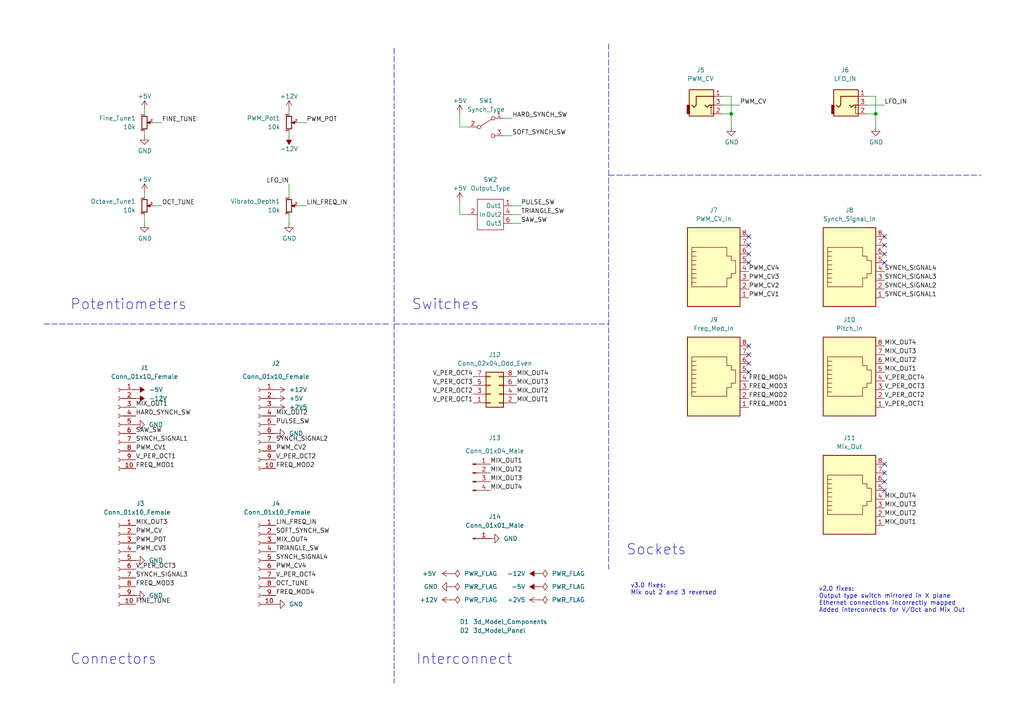
<source format=kicad_sch>
(kicad_sch (version 20211123) (generator eeschema)
  (paper "A4")
  (title_block (title "Quadraphone Controls") (date "2023-03-19") (rev "3.0") (company "Mountjoy Modular"))
  (lib_symbols
    (symbol "Connector:Conn_01x01_Male" (pin_names (offset 1.016) hide)
      (property "Reference" "J" (at 0 2.54 0))
      (property "Value" "Conn_01x01_Male" (at 0 -2.54 0))
      (symbol "Conn_01x01_Male_1_1"
        (polyline (pts (xy 1.27 0) (xy 0.8636 0)) (stroke (width 0.1524)))
        (rectangle (start 0.8636 0.127) (end 0 -0.127) (stroke (width 0.1524)) (fill (type outline)))
        (pin passive line (at 5.08 0 180) (length 3.81) (name "Pin_1") (number "1"))
      )
    )
    (symbol "Connector:Conn_01x04_Male" (pin_names (offset 1.016) hide)
      (property "Reference" "J" (at 0 5.08 0))
      (property "Value" "Conn_01x04_Male" (at 0 -7.62 0))
      (symbol "Conn_01x04_Male_1_1"
        (polyline (pts (xy 1.27 -5.08) (xy 0.8636 -5.08)) (stroke (width 0.1524)))
        (polyline (pts (xy 1.27 -2.54) (xy 0.8636 -2.54)) (stroke (width 0.1524)))
        (polyline (pts (xy 1.27 0) (xy 0.8636 0)) (stroke (width 0.1524)))
        (polyline (pts (xy 1.27 2.54) (xy 0.8636 2.54)) (stroke (width 0.1524)))
        (rectangle (start 0.8636 -4.953) (end 0 -5.207) (stroke (width 0.1524)) (fill (type outline)))
        (rectangle (start 0.8636 -2.413) (end 0 -2.667) (stroke (width 0.1524)) (fill (type outline)))
        (rectangle (start 0.8636 0.127) (end 0 -0.127) (stroke (width 0.1524)) (fill (type outline)))
        (rectangle (start 0.8636 2.667) (end 0 2.413) (stroke (width 0.1524)) (fill (type outline)))
        (pin passive line (at 5.08 2.54 180) (length 3.81) (name "Pin_1") (number "1"))
        (pin passive line (at 5.08 0 180) (length 3.81) (name "Pin_2") (number "2"))
        (pin passive line (at 5.08 -2.54 180) (length 3.81) (name "Pin_3") (number "3"))
        (pin passive line (at 5.08 -5.08 180) (length 3.81) (name "Pin_4") (number "4"))
      )
    )
    (symbol "Connector:Conn_01x10_Female" (pin_names (offset 1.016) hide)
      (property "Reference" "J" (at 0 12.7 0))
      (property "Value" "Conn_01x10_Female" (at 0 -15.24 0))
      (symbol "Conn_01x10_Female_1_1"
        (arc (start 0 -12.192) (mid -0.508 -12.7) (end 0 -13.208) (stroke (width 0.1524)))
        (arc (start 0 -9.652) (mid -0.508 -10.16) (end 0 -10.668) (stroke (width 0.1524)))
        (arc (start 0 -7.112) (mid -0.508 -7.62) (end 0 -8.128) (stroke (width 0.1524)))
        (arc (start 0 -4.572) (mid -0.508 -5.08) (end 0 -5.588) (stroke (width 0.1524)))
        (arc (start 0 -2.032) (mid -0.508 -2.54) (end 0 -3.048) (stroke (width 0.1524)))
        (polyline (pts (xy -1.27 -12.7) (xy -0.508 -12.7)) (stroke (width 0.1524)))
        (polyline (pts (xy -1.27 -10.16) (xy -0.508 -10.16)) (stroke (width 0.1524)))
        (polyline (pts (xy -1.27 -7.62) (xy -0.508 -7.62)) (stroke (width 0.1524)))
        (polyline (pts (xy -1.27 -5.08) (xy -0.508 -5.08)) (stroke (width 0.1524)))
        (polyline (pts (xy -1.27 -2.54) (xy -0.508 -2.54)) (stroke (width 0.1524)))
        (polyline (pts (xy -1.27 0) (xy -0.508 0)) (stroke (width 0.1524)))
        (polyline (pts (xy -1.27 2.54) (xy -0.508 2.54)) (stroke (width 0.1524)))
        (polyline (pts (xy -1.27 5.08) (xy -0.508 5.08)) (stroke (width 0.1524)))
        (polyline (pts (xy -1.27 7.62) (xy -0.508 7.62)) (stroke (width 0.1524)))
        (polyline (pts (xy -1.27 10.16) (xy -0.508 10.16)) (stroke (width 0.1524)))
        (arc (start 0 0.508) (mid -0.508 0) (end 0 -0.508) (stroke (width 0.1524)))
        (arc (start 0 3.048) (mid -0.508 2.54) (end 0 2.032) (stroke (width 0.1524)))
        (arc (start 0 5.588) (mid -0.508 5.08) (end 0 4.572) (stroke (width 0.1524)))
        (arc (start 0 8.128) (mid -0.508 7.62) (end 0 7.112) (stroke (width 0.1524)))
        (arc (start 0 10.668) (mid -0.508 10.16) (end 0 9.652) (stroke (width 0.1524)))
        (pin passive line (at -5.08 10.16 0) (length 3.81) (name "Pin_1") (number "1"))
        (pin passive line (at -5.08 -12.7 0) (length 3.81) (name "Pin_10") (number "10"))
        (pin passive line (at -5.08 7.62 0) (length 3.81) (name "Pin_2") (number "2"))
        (pin passive line (at -5.08 5.08 0) (length 3.81) (name "Pin_3") (number "3"))
        (pin passive line (at -5.08 2.54 0) (length 3.81) (name "Pin_4") (number "4"))
        (pin passive line (at -5.08 0 0) (length 3.81) (name "Pin_5") (number "5"))
        (pin passive line (at -5.08 -2.54 0) (length 3.81) (name "Pin_6") (number "6"))
        (pin passive line (at -5.08 -5.08 0) (length 3.81) (name "Pin_7") (number "7"))
        (pin passive line (at -5.08 -7.62 0) (length 3.81) (name "Pin_8") (number "8"))
        (pin passive line (at -5.08 -10.16 0) (length 3.81) (name "Pin_9") (number "9"))
      )
    )
    (symbol "Connector:RJ45" (pin_names (offset 1.016))
      (property "Reference" "J" (at -5.08 13.97 0))
      (property "Value" "RJ45" (at 2.54 13.97 0))
      (symbol "RJ45_0_1"
        (polyline (pts (xy -5.08 4.445) (xy -6.35 4.445)))
        (polyline (pts (xy -5.08 5.715) (xy -6.35 5.715)))
        (polyline (pts (xy -6.35 -3.175) (xy -5.08 -3.175) (xy -5.08 -3.175)))
        (polyline (pts (xy -6.35 -1.905) (xy -5.08 -1.905) (xy -5.08 -1.905)))
        (polyline (pts (xy -6.35 -0.635) (xy -5.08 -0.635) (xy -5.08 -0.635)))
        (polyline (pts (xy -6.35 0.635) (xy -5.08 0.635) (xy -5.08 0.635)))
        (polyline (pts (xy -6.35 1.905) (xy -5.08 1.905) (xy -5.08 1.905)))
        (polyline (pts (xy -5.08 3.175) (xy -6.35 3.175) (xy -6.35 3.175)))
        (polyline (pts (xy -6.35 -4.445) (xy -6.35 6.985) (xy 3.81 6.985) (xy 3.81 4.445) (xy 5.08 4.445) (xy 5.08 3.175) (xy 6.35 3.175) (xy 6.35 -0.635) (xy 5.08 -0.635) (xy 5.08 -1.905) (xy 3.81 -1.905) (xy 3.81 -4.445) (xy -6.35 -4.445) (xy -6.35 -4.445)))
        (rectangle (start 7.62 12.7) (end -7.62 -10.16) (stroke (width 0.254)) (fill (type background)))
      )
      (symbol "RJ45_1_1"
        (pin passive line (at 10.16 -7.62 180) (length 2.54) (name "~") (number "1"))
        (pin passive line (at 10.16 -5.08 180) (length 2.54) (name "~") (number "2"))
        (pin passive line (at 10.16 -2.54 180) (length 2.54) (name "~") (number "3"))
        (pin passive line (at 10.16 0 180) (length 2.54) (name "~") (number "4"))
        (pin passive line (at 10.16 2.54 180) (length 2.54) (name "~") (number "5"))
        (pin passive line (at 10.16 5.08 180) (length 2.54) (name "~") (number "6"))
        (pin passive line (at 10.16 7.62 180) (length 2.54) (name "~") (number "7"))
        (pin passive line (at 10.16 10.16 180) (length 2.54) (name "~") (number "8"))
      )
    )
    (symbol "Connector_Generic:Conn_02x04_Odd_Even" (pin_names (offset 1.016) hide)
      (property "Reference" "J" (at 1.27 5.08 0))
      (property "Value" "Conn_02x04_Odd_Even" (at 1.27 -7.62 0))
      (symbol "Conn_02x04_Odd_Even_1_1"
        (rectangle (start -1.27 -4.953) (end 0 -5.207) (stroke (width 0.1524)))
        (rectangle (start -1.27 -2.413) (end 0 -2.667) (stroke (width 0.1524)))
        (rectangle (start -1.27 0.127) (end 0 -0.127) (stroke (width 0.1524)))
        (rectangle (start -1.27 2.667) (end 0 2.413) (stroke (width 0.1524)))
        (rectangle (start -1.27 3.81) (end 3.81 -6.35) (stroke (width 0.254)) (fill (type background)))
        (rectangle (start 3.81 -4.953) (end 2.54 -5.207) (stroke (width 0.1524)))
        (rectangle (start 3.81 -2.413) (end 2.54 -2.667) (stroke (width 0.1524)))
        (rectangle (start 3.81 0.127) (end 2.54 -0.127) (stroke (width 0.1524)))
        (rectangle (start 3.81 2.667) (end 2.54 2.413) (stroke (width 0.1524)))
        (pin passive line (at -5.08 2.54 0) (length 3.81) (name "Pin_1") (number "1"))
        (pin passive line (at 7.62 2.54 180) (length 3.81) (name "Pin_2") (number "2"))
        (pin passive line (at -5.08 0 0) (length 3.81) (name "Pin_3") (number "3"))
        (pin passive line (at 7.62 0 180) (length 3.81) (name "Pin_4") (number "4"))
        (pin passive line (at -5.08 -2.54 0) (length 3.81) (name "Pin_5") (number "5"))
        (pin passive line (at 7.62 -2.54 180) (length 3.81) (name "Pin_6") (number "6"))
        (pin passive line (at -5.08 -5.08 0) (length 3.81) (name "Pin_7") (number "7"))
        (pin passive line (at 7.62 -5.08 180) (length 3.81) (name "Pin_8") (number "8"))
      )
    )
    (symbol "Custom_Audio:DPDT_Switch"
      (property "Reference" "U" (at 0 5.08 0))
      (property "Value" "DPDT_Switch" (at 0 -6.985 0))
      (symbol "DPDT_Switch_0_1"
        (rectangle (start -3.81 3.175) (end 3.81 -5.715))
      )
      (symbol "DPDT_Switch_1_1"
        (pin passive line (at 6.35 1.27 180) (length 2.54) (name "Out1") (number "1"))
        (pin passive line (at -6.35 -1.27 0) (length 2.54) (name "In") (number "2"))
        (pin passive line (at -6.35 -3.81 0) (length 2.54) hide (name "Pin3") (number "3"))
        (pin passive line (at 6.35 -1.27 180) (length 2.54) (name "Out2") (number "4"))
        (pin passive line (at -6.35 -3.81 0) (length 2.54) hide (name "Pin5") (number "5"))
        (pin passive line (at 6.35 -3.81 180) (length 2.54) (name "Out3") (number "6"))
      )
    )
    (symbol "Device:R_Potentiometer_Small" (pin_names (offset 1.016) hide)
      (property "Reference" "RV" (at -4.445 0 90))
      (property "Value" "R_Potentiometer_Small" (at -2.54 0 90))
      (symbol "R_Potentiometer_Small_0_1"
        (polyline (pts (xy 0.889 0) (xy 0.635 0) (xy 1.651 0.381) (xy 1.651 -0.381) (xy 0.635 0) (xy 0.889 0)) (fill (type outline)))
        (rectangle (start 0.762 1.8034) (end -0.762 -1.8034) (stroke (width 0.254)))
      )
      (symbol "R_Potentiometer_Small_1_1"
        (pin passive line (at 0 2.54 270) (length 0.635) (name "1") (number "1"))
        (pin passive line (at 2.54 0 180) (length 0.9906) (name "2") (number "2"))
        (pin passive line (at 0 -2.54 90) (length 0.635) (name "3") (number "3"))
      )
    )
    (symbol "Mountjoy:3d_Model_Dummy"
      (property "Reference" "D" (at 0 0 0))
      (property "Value" "3d_Model_Dummy" (at 0 0 0))
    )
    (symbol "Switch:SW_SPDT" (pin_names (offset 0) hide)
      (property "Reference" "SW" (at 0 4.318 0))
      (property "Value" "SW_SPDT" (at 0 -5.08 0))
      (symbol "SW_SPDT_0_0"
        (circle (center -2.032 0) (radius 0.508))
        (circle (center 2.032 -2.54) (radius 0.508))
      )
      (symbol "SW_SPDT_0_1"
        (polyline (pts (xy -1.524 0.254) (xy 1.651 2.286)))
        (circle (center 2.032 2.54) (radius 0.508))
      )
      (symbol "SW_SPDT_1_1"
        (pin passive line (at 5.08 2.54 180) (length 2.54) (name "A") (number "1"))
        (pin passive line (at -5.08 0 0) (length 2.54) (name "B") (number "2"))
        (pin passive line (at 5.08 -2.54 180) (length 2.54) (name "C") (number "3"))
      )
    )
    (symbol "power:+12V" (power) (pin_names (offset 0))
      (property "Value" "+12V" (at 0 3.556 0))
      (symbol "+12V_0_1"
        (polyline (pts (xy -0.762 1.27) (xy 0 2.54)))
        (polyline (pts (xy 0 0) (xy 0 2.54)))
        (polyline (pts (xy 0 2.54) (xy 0.762 1.27)))
      )
      (symbol "+12V_1_1"
        (pin power_in line (at 0 0 90) (length 0) hide (name "+12V") (number "1"))
      )
    )
    (symbol "power:+2V5" (power) (pin_names (offset 0))
      (property "Value" "+2V5" (at 0 3.556 0))
      (symbol "+2V5_0_1"
        (polyline (pts (xy -0.762 1.27) (xy 0 2.54)))
        (polyline (pts (xy 0 0) (xy 0 2.54)))
        (polyline (pts (xy 0 2.54) (xy 0.762 1.27)))
      )
      (symbol "+2V5_1_1"
        (pin power_in line (at 0 0 90) (length 0) hide (name "+2V5") (number "1"))
      )
    )
    (symbol "power:+5V" (power) (pin_names (offset 0))
      (property "Value" "+5V" (at 0 3.556 0))
      (symbol "+5V_0_1"
        (polyline (pts (xy -0.762 1.27) (xy 0 2.54)))
        (polyline (pts (xy 0 0) (xy 0 2.54)))
        (polyline (pts (xy 0 2.54) (xy 0.762 1.27)))
      )
      (symbol "+5V_1_1"
        (pin power_in line (at 0 0 90) (length 0) hide (name "+5V") (number "1"))
      )
    )
    (symbol "power:-12V" (power) (pin_names (offset 0))
      (property "Value" "-12V" (at 0 3.81 0))
      (symbol "-12V_0_0"
        (pin power_in line (at 0 0 90) (length 0) hide (name "-12V") (number "1"))
      )
      (symbol "-12V_0_1"
        (polyline (pts (xy 0 0) (xy 0 1.27) (xy 0.762 1.27) (xy 0 2.54) (xy -0.762 1.27) (xy 0 1.27)) (fill (type outline)))
      )
    )
    (symbol "power:-5V" (power) (pin_names (offset 0))
      (property "Value" "-5V" (at 0 3.81 0))
      (symbol "-5V_0_0"
        (pin power_in line (at 0 0 90) (length 0) hide (name "-5V") (number "1"))
      )
      (symbol "-5V_0_1"
        (polyline (pts (xy 0 0) (xy 0 1.27) (xy 0.762 1.27) (xy 0 2.54) (xy -0.762 1.27) (xy 0 1.27)) (fill (type outline)))
      )
    )
    (symbol "power:GND" (power) (pin_names (offset 0))
      (property "Value" "GND" (at 0 -3.81 0))
      (symbol "GND_0_1"
        (polyline (pts (xy 0 0) (xy 0 -1.27) (xy 1.27 -1.27) (xy 0 -2.54) (xy -1.27 -1.27) (xy 0 -1.27)))
      )
      (symbol "GND_1_1"
        (pin power_in line (at 0 0 270) (length 0) hide (name "GND") (number "1"))
      )
    )
    (symbol "power:PWR_FLAG" (power) (pin_numbers hide) (pin_names (offset 0) hide)
      (property "Value" "PWR_FLAG" (at 0 3.81 0))
      (symbol "PWR_FLAG_0_0"
        (pin power_out line (at 0 0 90) (length 0) (name "pwr") (number "1"))
      )
      (symbol "PWR_FLAG_0_1"
        (polyline (pts (xy 0 0) (xy 0 1.27) (xy -1.016 1.905) (xy 0 2.54) (xy 1.016 1.905) (xy 0 1.27)))
      )
    )
    (symbol "thonkiconn:AudioJack2_Ground_Switch" (pin_names (offset 1.016))
      (property "Reference" "J" (at 0 8.89 0))
      (property "Value" "AudioJack2_Ground_Switch" (at 0 6.35 0))
      (symbol "AudioJack2_Ground_Switch_0_1"
        (rectangle (start -4.445 -2.54) (end -5.207 0) (fill (type outline)))
        (polyline (pts (xy 1.778 -0.254) (xy 2.032 -0.762)))
        (polyline (pts (xy 0 0) (xy 0.635 -0.635) (xy 1.27 0) (xy 2.54 0)) (stroke (width 0.254)))
        (polyline (pts (xy 2.54 -2.54) (xy 1.778 -2.54) (xy 1.778 -0.254) (xy 1.524 -0.762)))
        (polyline (pts (xy 2.54 2.54) (xy -2.54 2.54) (xy -2.54 0) (xy -3.175 -0.635) (xy -3.81 0)) (stroke (width 0.254)))
        (rectangle (start 2.54 -3.175) (end -4.572 4.445) (stroke (width 0.254)) (fill (type background)))
      )
      (symbol "AudioJack2_Ground_Switch_1_1"
        (pin passive line (at 5.08 2.54 180) (length 2.54) (name "~") (number "1"))
        (pin passive line (at 5.08 -2.54 180) (length 2.54) (name "~") (number "2"))
        (pin passive line (at 5.08 0 180) (length 2.54) (name "~") (number "3"))
      )
    )
  )
  (junction (at 212.09 33.02))
  (junction (at 254 33.02))
  (no_connect (at 217.17 100.33))
  (no_connect (at 217.17 68.58))
  (no_connect (at 217.17 76.2))
  (no_connect (at 256.54 73.66))
  (no_connect (at 256.54 139.7))
  (no_connect (at 256.54 134.62))
  (no_connect (at 217.17 105.41))
  (no_connect (at 256.54 71.12))
  (no_connect (at 217.17 102.87))
  (no_connect (at 256.54 137.16))
  (no_connect (at 217.17 107.95))
  (no_connect (at 256.54 76.2))
  (no_connect (at 217.17 71.12))
  (no_connect (at 256.54 142.24))
  (no_connect (at 256.54 68.58))
  (no_connect (at 217.17 73.66))
  (wire (pts (xy 133.35 33.02) (xy 133.35 36.83)))
  (wire (pts (xy 41.91 64.77) (xy 41.91 62.23)))
  (wire (pts (xy 209.55 33.02) (xy 212.09 33.02)))
  (wire (pts (xy 83.82 31.75) (xy 83.82 33.02)))
  (wire (pts (xy 133.35 62.23) (xy 135.89 62.23)))
  (wire (pts (xy 209.55 27.94) (xy 212.09 27.94)))
  (wire (pts (xy 212.09 33.02) (xy 212.09 36.83)))
  (wire (pts (xy 44.45 35.56) (xy 46.99 35.56)))
  (wire (pts (xy 148.59 62.23) (xy 151.13 62.23)))
  (polyline (pts (xy 114.3 93.98) (xy 176.53 93.98)))
  (wire (pts (xy 41.91 55.88) (xy 41.91 57.15)))
  (wire (pts (xy 83.82 62.23) (xy 83.82 64.77)))
  (wire (pts (xy 146.05 39.37) (xy 148.59 39.37)))
  (wire (pts (xy 133.35 58.42) (xy 133.35 62.23)))
  (wire (pts (xy 251.46 27.94) (xy 254 27.94)))
  (wire (pts (xy 86.36 35.56) (xy 88.9 35.56)))
  (wire (pts (xy 83.82 38.1) (xy 83.82 39.37)))
  (wire (pts (xy 86.36 59.69) (xy 88.9 59.69)))
  (polyline (pts (xy 176.53 50.8) (xy 284.48 50.8)))
  (wire (pts (xy 251.46 33.02) (xy 254 33.02)))
  (wire (pts (xy 146.05 34.29) (xy 148.59 34.29)))
  (wire (pts (xy 209.55 30.48) (xy 214.63 30.48)))
  (wire (pts (xy 44.45 59.69) (xy 46.99 59.69)))
  (wire (pts (xy 212.09 27.94) (xy 212.09 33.02)))
  (wire (pts (xy 254 27.94) (xy 254 33.02)))
  (wire (pts (xy 251.46 30.48) (xy 256.54 30.48)))
  (wire (pts (xy 148.59 64.77) (xy 151.13 64.77)))
  (wire (pts (xy 83.82 53.34) (xy 83.82 57.15)))
  (wire (pts (xy 254 33.02) (xy 254 36.83)))
  (wire (pts (xy 41.91 39.37) (xy 41.91 38.1)))
  (polyline (pts (xy 12.7 93.98) (xy 113.03 93.98)))
  (wire (pts (xy 148.59 59.69) (xy 151.13 59.69)))
  (polyline (pts (xy 176.53 12.7) (xy 176.53 165.1)))
  (wire (pts (xy 41.91 31.75) (xy 41.91 33.02)))
  (wire (pts (xy 133.35 36.83) (xy 135.89 36.83)))
  (polyline (pts (xy 114.3 13.97) (xy 114.3 198.12)))
  (text "Connectors" (at 20.32 193.04 0) (effects (font (size 3 3)) (justify left bottom)))
  (text "Potentiometers" (at 20.32 90.17 0) (effects (font (size 3 3)) (justify left bottom)))
  (text "v2.0 fixes:\nOutput type switch mirrored in X plane\nEthernet connections incorrectly mapped\nAdded interconnects for V/Oct and Mix Out" (at 237.49 177.8 0) (effects (font (size 1.27 1.27)) (justify left bottom)))
  (text "v3.0 fixes:\nMix out 2 and 3 reversed" (at 182.88 172.72 0) (effects (font (size 1.27 1.27)) (justify left bottom)))
  (text "Sockets" (at 181.61 161.29 0) (effects (font (size 3 3)) (justify left bottom)))
  (text "Switches" (at 119.38 90.17 0) (effects (font (size 3 3)) (justify left bottom)))
  (text "Interconnect" (at 120.65 193.04 0) (effects (font (size 3 3)) (justify left bottom)))
  (label "V_PER_OCT3" (at 39.37 165.1 0))
  (label "LFO_IN" (at 256.54 30.48 0))
  (label "V_PER_OCT1" (at 39.37 133.35 0))
  (label "V_PER_OCT4" (at 256.54 110.49 0))
  (label "FREQ_MOD1" (at 39.37 135.89 0))
  (label "MIX_OUT2" (at 80.01 120.65 0))
  (label "V_PER_OCT2" (at 256.54 115.57 0))
  (label "PWM_POT" (at 39.37 157.48 0))
  (label "V_PER_OCT4" (at 137.16 109.22 180))
  (label "MIX_OUT3" (at 256.54 147.32 0))
  (label "MIX_OUT3" (at 256.54 102.87 0))
  (label "V_PER_OCT1" (at 256.54 118.11 0))
  (label "LFO_IN" (at 83.82 53.34 180))
  (label "PWM_CV2" (at 80.01 130.81 0))
  (label "FREQ_MOD3" (at 217.17 113.03 0))
  (label "SYNCH_SIGNAL3" (at 256.54 81.28 0))
  (label "V_PER_OCT4" (at 80.01 167.64 0))
  (label "OCT_TUNE" (at 80.01 170.18 0))
  (label "V_PER_OCT1" (at 137.16 116.84 180))
  (label "FREQ_MOD3" (at 39.37 170.18 0))
  (label "MIX_OUT3" (at 39.37 152.4 0))
  (label "PWM_CV2" (at 217.17 83.82 0))
  (label "PULSE_SW" (at 151.13 59.69 0))
  (label "FREQ_MOD1" (at 217.17 118.11 0))
  (label "TRIANGLE_SW" (at 80.01 160.02 0))
  (label "MIX_OUT4" (at 80.01 157.48 0))
  (label "SYNCH_SIGNAL4" (at 80.01 162.56 0))
  (label "MIX_OUT1" (at 256.54 107.95 0))
  (label "PWM_CV1" (at 217.17 86.36 0))
  (label "V_PER_OCT2" (at 80.01 133.35 0))
  (label "PWM_CV4" (at 80.01 165.1 0))
  (label "HARD_SYNCH_SW" (at 39.37 120.65 0))
  (label "MIX_OUT2" (at 256.54 149.86 0))
  (label "PWM_CV" (at 214.63 30.48 0))
  (label "V_PER_OCT3" (at 137.16 111.76 180))
  (label "SYNCH_SIGNAL4" (at 256.54 78.74 0))
  (label "MIX_OUT3" (at 142.24 139.7 0))
  (label "MIX_OUT1" (at 149.86 116.84 0))
  (label "MIX_OUT1" (at 39.37 118.11 0))
  (label "MIX_OUT2" (at 149.86 114.3 0))
  (label "FREQ_MOD2" (at 217.17 115.57 0))
  (label "FREQ_MOD4" (at 217.17 110.49 0))
  (label "SOFT_SYNCH_SW" (at 80.01 154.94 0))
  (label "MIX_OUT1" (at 142.24 134.62 0))
  (label "MIX_OUT2" (at 142.24 137.16 0))
  (label "SAW_SW" (at 39.37 125.73 0))
  (label "MIX_OUT4" (at 142.24 142.24 0))
  (label "FINE_TUNE" (at 39.37 175.26 0))
  (label "MIX_OUT4" (at 256.54 100.33 0))
  (label "MIX_OUT3" (at 149.86 111.76 0))
  (label "SYNCH_SIGNAL2" (at 80.01 128.27 0))
  (label "SYNCH_SIGNAL3" (at 39.37 167.64 0))
  (label "MIX_OUT4" (at 256.54 144.78 0))
  (label "PWM_CV" (at 39.37 154.94 0))
  (label "LIN_FREQ_IN" (at 88.9 59.69 0))
  (label "MIX_OUT4" (at 149.86 109.22 0))
  (label "HARD_SYNCH_SW" (at 148.59 34.29 0))
  (label "PWM_CV4" (at 217.17 78.74 0))
  (label "PWM_CV3" (at 39.37 160.02 0))
  (label "PWM_POT" (at 88.9 35.56 0))
  (label "SOFT_SYNCH_SW" (at 148.59 39.37 0))
  (label "SYNCH_SIGNAL2" (at 256.54 83.82 0))
  (label "FINE_TUNE" (at 46.99 35.56 0))
  (label "V_PER_OCT3" (at 256.54 113.03 0))
  (label "V_PER_OCT2" (at 137.16 114.3 180))
  (label "TRIANGLE_SW" (at 151.13 62.23 0))
  (label "MIX_OUT1" (at 256.54 152.4 0))
  (label "PWM_CV3" (at 217.17 81.28 0))
  (label "PWM_CV1" (at 39.37 130.81 0))
  (label "OCT_TUNE" (at 46.99 59.69 0))
  (label "SAW_SW" (at 151.13 64.77 0))
  (label "LIN_FREQ_IN" (at 80.01 152.4 0))
  (label "SYNCH_SIGNAL1" (at 256.54 86.36 0))
  (label "FREQ_MOD4" (at 80.01 172.72 0))
  (label "FREQ_MOD2" (at 80.01 135.89 0))
  (label "PULSE_SW" (at 80.01 123.19 0))
  (label "SYNCH_SIGNAL1" (at 39.37 128.27 0))
  (label "MIX_OUT2" (at 256.54 105.41 0))
  (symbol (lib_id "Device:R_Potentiometer_Small") (at 41.91 59.69 0) (unit 1)
    (property "Reference" "Octave_Tune1" (at 39.37 58.4199 0) (effects (justify right)))
    (property "Value" "10k" (at 39.37 60.9599 0) (effects (justify right)))
    (property "Footprint" "Custom_Footprints:Alpha_9mm_Potentiometer_Aligned" (effects hide))
  )
  (symbol (lib_id "thonkiconn:AudioJack2_Ground_Switch") (at 204.47 30.48 0) (unit 1)
    (property "Reference" "J5" (at 203.2 20.32 0))
    (property "Value" "PWM_CV" (at 203.2 22.86 0))
    (property "Footprint" "Custom_Footprints:THONKICONN_hole" (effects hide))
  )
  (symbol (lib_id "Connector:Conn_01x01_Male") (at 137.16 156.21 0) (unit 1)
    (property "Reference" "J14" (at 143.51 149.86 0))
    (property "Value" "Conn_01x01_Male" (at 143.51 152.4 0))
    (property "Footprint" "Connector_PinHeader_2.54mm:PinHeader_1x01_P2.54mm_Vertical" (effects hide))
  )
  (symbol (lib_id "power:PWR_FLAG") (at 156.21 173.99 270) (unit 1)
    (property "Reference" "#FLG0106" (effects hide))
    (property "Value" "PWR_FLAG" (at 160.02 173.9899 90) (effects (justify left)))
  )
  (symbol (lib_id "Connector:Conn_01x10_Female") (at 34.29 162.56 0) (mirror y) (unit 1)
    (property "Reference" "J3" (at 41.91 146.05 0) (effects (justify left)))
    (property "Value" "Conn_01x10_Female" (at 49.53 148.59 0) (effects (justify left)))
    (property "Footprint" "Connector_PinSocket_2.54mm:PinSocket_1x10_P2.54mm_Vertical" (effects hide))
  )
  (symbol (lib_id "Connector:RJ45") (at 207.01 110.49 0) (unit 1)
    (property "Reference" "J9" (at 207.01 92.71 0))
    (property "Value" "Freq_Mod_In" (at 207.01 95.25 0))
    (property "Footprint" "Custom_Footprints:RJ45_Molex_42878-8506" (effects hide))
  )
  (symbol (lib_id "power:PWR_FLAG") (at 130.81 170.18 270) (unit 1)
    (property "Reference" "#FLG0102" (effects hide))
    (property "Value" "PWR_FLAG" (at 134.62 170.1799 90) (effects (justify left)))
  )
  (symbol (lib_id "Device:R_Potentiometer_Small") (at 83.82 59.69 0) (unit 1)
    (property "Reference" "Vibrato_Depth1" (at 81.28 58.4199 0) (effects (justify right)))
    (property "Value" "10k" (at 81.28 60.9599 0) (effects (justify right)))
    (property "Footprint" "Custom_Footprints:Alpha_9mm_Potentiometer_Aligned" (effects hide))
  )
  (symbol (lib_id "Connector:Conn_01x10_Female") (at 74.93 123.19 0) (mirror y) (unit 1)
    (property "Reference" "J2" (at 80.01 105.41 0))
    (property "Value" "Conn_01x10_Female" (at 80.01 109.22 0))
    (property "Footprint" "Connector_PinSocket_2.54mm:PinSocket_1x10_P2.54mm_Vertical" (effects hide))
  )
  (symbol (lib_id "power:+12V") (at 83.82 31.75 0) (mirror y) (unit 1)
    (property "Reference" "#PWR017" (effects hide))
    (property "Value" "+12V" (at 83.82 27.94 0))
  )
  (symbol (lib_id "power:PWR_FLAG") (at 130.81 166.37 270) (unit 1)
    (property "Reference" "#FLG0103" (effects hide))
    (property "Value" "PWR_FLAG" (at 134.62 166.3699 90) (effects (justify left)))
  )
  (symbol (lib_id "power:GND") (at 41.91 39.37 0) (unit 1)
    (property "Reference" "#PWR010" (effects hide))
    (property "Value" "GND" (at 42.037 43.7642 0))
  )
  (symbol (lib_id "Connector:Conn_01x10_Female") (at 74.93 162.56 0) (mirror y) (unit 1)
    (property "Reference" "J4" (at 81.28 146.05 0) (effects (justify left)))
    (property "Value" "Conn_01x10_Female" (at 90.17 148.59 0) (effects (justify left)))
    (property "Footprint" "Connector_PinSocket_2.54mm:PinSocket_1x10_P2.54mm_Vertical" (effects hide))
  )
  (symbol (lib_id "power:GND") (at 254 36.83 0) (unit 1)
    (property "Reference" "#PWR021" (effects hide))
    (property "Value" "GND" (at 254.127 41.2242 0))
  )
  (symbol (lib_id "power:GND") (at 39.37 162.56 90) (unit 1)
    (property "Reference" "#PWR014" (effects hide))
    (property "Value" "GND" (at 43.18 162.5599 90) (effects (justify right)))
  )
  (symbol (lib_id "power:GND") (at 39.37 172.72 90) (unit 1)
    (property "Reference" "#PWR015" (effects hide))
    (property "Value" "GND" (at 43.18 172.7199 90) (effects (justify right)))
  )
  (symbol (lib_id "power:PWR_FLAG") (at 156.21 170.18 270) (unit 1)
    (property "Reference" "#FLG0105" (effects hide))
    (property "Value" "PWR_FLAG" (at 160.02 170.1799 90) (effects (justify left)))
  )
  (symbol (lib_id "power:GND") (at 39.37 123.19 90) (unit 1)
    (property "Reference" "#PWR06" (effects hide))
    (property "Value" "GND" (at 43.18 123.1899 90) (effects (justify right)))
  )
  (symbol (lib_id "power:PWR_FLAG") (at 156.21 166.37 270) (unit 1)
    (property "Reference" "#FLG0104" (effects hide))
    (property "Value" "PWR_FLAG" (at 160.02 166.3699 90) (effects (justify left)))
  )
  (symbol (lib_id "Connector:RJ45") (at 246.38 78.74 0) (unit 1)
    (property "Reference" "J8" (at 246.38 60.96 0))
    (property "Value" "Synch_Signal_In" (at 246.38 63.5 0))
    (property "Footprint" "Custom_Footprints:RJ45_Molex_42878-8506" (effects hide))
  )
  (symbol (lib_id "power:+5V") (at 133.35 58.42 0) (unit 1)
    (property "Reference" "#PWR012" (effects hide))
    (property "Value" "+5V" (at 133.35 54.61 0))
  )
  (symbol (lib_id "power:-5V") (at 39.37 113.03 270) (unit 1)
    (property "Reference" "#PWR01" (effects hide))
    (property "Value" "-5V" (at 43.18 113.0299 90) (effects (justify left)))
  )
  (symbol (lib_id "Connector:Conn_01x10_Female") (at 34.29 123.19 0) (mirror y) (unit 1)
    (property "Reference" "J1" (at 41.91 106.68 0))
    (property "Value" "Conn_01x10_Female" (at 41.91 109.22 0))
    (property "Footprint" "Connector_PinSocket_2.54mm:PinSocket_1x10_P2.54mm_Vertical" (effects hide))
  )
  (symbol (lib_id "power:+2V5") (at 156.21 173.99 90) (unit 1)
    (property "Reference" "#PWR0107" (effects hide))
    (property "Value" "+2V5" (at 152.4 173.9899 90) (effects (justify left)))
  )
  (symbol (lib_id "Device:R_Potentiometer_Small") (at 41.91 35.56 0) (unit 1)
    (property "Reference" "Fine_Tune1" (at 39.37 34.2899 0) (effects (justify right)))
    (property "Value" "10k" (at 39.37 36.8299 0) (effects (justify right)))
    (property "Footprint" "Custom_Footprints:Alpha_9mm_Potentiometer_Aligned" (effects hide))
  )
  (symbol (lib_id "Mountjoy:3d_Model_Dummy") (at 142.24 184.15 0) (unit 1)
    (property "Reference" "D2" (at 133.35 182.88 0) (effects (justify left)))
    (property "Value" "3d_Model_Panel" (at 137.16 182.88 0) (effects (justify left)))
    (property "Footprint" "Custom_Footprints:3D_Dummy" (effects hide))
  )
  (symbol (lib_id "power:GND") (at 41.91 64.77 0) (unit 1)
    (property "Reference" "#PWR013" (effects hide))
    (property "Value" "GND" (at 42.037 69.1642 0))
  )
  (symbol (lib_id "power:+12V") (at 130.81 173.99 90) (mirror x) (unit 1)
    (property "Reference" "#PWR0104" (effects hide))
    (property "Value" "+12V" (at 127 173.9899 90) (effects (justify left)))
  )
  (symbol (lib_id "power:-12V") (at 83.82 39.37 180) (unit 1)
    (property "Reference" "#PWR018" (effects hide))
    (property "Value" "-12V" (at 83.82 43.18 0))
  )
  (symbol (lib_id "power:GND") (at 83.82 64.77 0) (unit 1)
    (property "Reference" "#PWR019" (effects hide))
    (property "Value" "GND" (at 83.947 69.1642 0))
  )
  (symbol (lib_id "power:+5V") (at 41.91 55.88 0) (unit 1)
    (property "Reference" "#PWR011" (effects hide))
    (property "Value" "+5V" (at 41.91 52.07 0))
  )
  (symbol (lib_id "power:GND") (at 80.01 125.73 90) (unit 1)
    (property "Reference" "#PWR09" (effects hide))
    (property "Value" "GND" (at 83.82 125.7299 90) (effects (justify right)))
  )
  (symbol (lib_id "Connector:RJ45") (at 246.38 144.78 0) (unit 1)
    (property "Reference" "J11" (at 246.38 127 0))
    (property "Value" "Mix_Out" (at 246.38 129.54 0))
    (property "Footprint" "Custom_Footprints:RJ45_Molex_42878-8506" (effects hide))
  )
  (symbol (lib_id "Connector:Conn_01x04_Male") (at 137.16 137.16 0) (unit 1)
    (property "Reference" "J13" (at 143.51 127 0))
    (property "Value" "Conn_01x04_Male" (at 143.51 130.81 0))
    (property "Footprint" "Connector_PinHeader_2.54mm:PinHeader_1x04_P2.54mm_Vertical" (effects hide))
  )
  (symbol (lib_id "power:+5V") (at 41.91 31.75 0) (unit 1)
    (property "Reference" "#PWR0101" (effects hide))
    (property "Value" "+5V" (at 41.91 27.94 0))
  )
  (symbol (lib_id "power:-5V") (at 156.21 170.18 90) (unit 1)
    (property "Reference" "#PWR0105" (effects hide))
    (property "Value" "-5V" (at 152.4 170.1801 90) (effects (justify left)))
  )
  (symbol (lib_id "power:GND") (at 80.01 175.26 90) (unit 1)
    (property "Reference" "#PWR016" (effects hide))
    (property "Value" "GND" (at 83.82 175.2599 90) (effects (justify right)))
  )
  (symbol (lib_id "Custom_Audio:DPDT_Switch") (at 142.24 60.96 0) (unit 1)
    (property "Reference" "SW2" (at 142.24 52.07 0))
    (property "Value" "Output_Type" (at 142.24 54.61 0))
    (property "Footprint" "Custom_Footprints:100DP6T1B1M2QE_ON_ON_ON" (effects hide))
  )
  (symbol (lib_id "power:+2V5") (at 80.01 118.11 270) (unit 1)
    (property "Reference" "#PWR05" (effects hide))
    (property "Value" "+2V5" (at 83.82 118.1099 90) (effects (justify left)))
  )
  (symbol (lib_id "power:+5V") (at 130.81 166.37 90) (unit 1)
    (property "Reference" "#PWR0103" (effects hide))
    (property "Value" "+5V" (at 124.46 166.37 90))
  )
  (symbol (lib_id "power:GND") (at 142.24 156.21 90) (unit 1)
    (property "Reference" "#PWR07" (effects hide))
    (property "Value" "GND" (at 146.05 156.2099 90) (effects (justify right)))
  )
  (symbol (lib_id "Connector:RJ45") (at 207.01 78.74 0) (unit 1)
    (property "Reference" "J7" (at 207.01 60.96 0))
    (property "Value" "PWM_CV_In" (at 207.01 63.5 0))
    (property "Footprint" "Custom_Footprints:RJ45_Molex_42878-8506" (effects hide))
  )
  (symbol (lib_id "power:+12V") (at 80.01 113.03 270) (mirror x) (unit 1)
    (property "Reference" "#PWR02" (effects hide))
    (property "Value" "+12V" (at 83.82 113.0299 90) (effects (justify left)))
  )
  (symbol (lib_id "power:PWR_FLAG") (at 130.81 173.99 270) (unit 1)
    (property "Reference" "#FLG0101" (effects hide))
    (property "Value" "PWR_FLAG" (at 134.62 173.9899 90) (effects (justify left)))
  )
  (symbol (lib_id "thonkiconn:AudioJack2_Ground_Switch") (at 246.38 30.48 0) (unit 1)
    (property "Reference" "J6" (at 245.11 20.32 0))
    (property "Value" "LFO_IN" (at 245.11 22.86 0))
    (property "Footprint" "Custom_Footprints:THONKICONN_hole" (effects hide))
  )
  (symbol (lib_id "power:GND") (at 130.81 170.18 270) (unit 1)
    (property "Reference" "#PWR0102" (effects hide))
    (property "Value" "GND" (at 127 170.1799 90) (effects (justify right)))
  )
  (symbol (lib_id "power:-12V") (at 39.37 115.57 270) (unit 1)
    (property "Reference" "#PWR03" (effects hide))
    (property "Value" "-12V" (at 43.18 115.5699 90) (effects (justify left)))
  )
  (symbol (lib_id "Switch:SW_SPDT") (at 140.97 36.83 0) (unit 1)
    (property "Reference" "SW1" (at 140.97 29.21 0))
    (property "Value" "Synch_Type" (at 140.97 31.75 0))
    (property "Footprint" "Custom_Footprints:SPDTSubMiniature" (effects hide))
  )
  (symbol (lib_id "Device:R_Potentiometer_Small") (at 83.82 35.56 0) (mirror x) (unit 1)
    (property "Reference" "PWM_Pot1" (at 81.28 34.2899 0) (effects (justify right)))
    (property "Value" "10k" (at 81.28 36.8299 0) (effects (justify right)))
    (property "Footprint" "Custom_Footprints:Alpha_9mm_Potentiometer_Aligned" (effects hide))
  )
  (symbol (lib_id "power:-12V") (at 156.21 166.37 90) (unit 1)
    (property "Reference" "#PWR0106" (effects hide))
    (property "Value" "-12V" (at 152.4 166.3701 90) (effects (justify left)))
  )
  (symbol (lib_id "Connector_Generic:Conn_02x04_Odd_Even") (at 142.24 114.3 0) (mirror x) (unit 1)
    (property "Reference" "J12" (at 143.51 102.87 0))
    (property "Value" "Conn_02x04_Odd_Even" (at 143.51 105.41 0))
    (property "Footprint" "Connector_PinHeader_2.54mm:PinHeader_2x04_P2.54mm_Vertical" (effects hide))
  )
  (symbol (lib_id "power:+5V") (at 133.35 33.02 0) (unit 1)
    (property "Reference" "#PWR08" (effects hide))
    (property "Value" "+5V" (at 133.35 29.21 0))
  )
  (symbol (lib_id "power:GND") (at 212.09 36.83 0) (unit 1)
    (property "Reference" "#PWR020" (effects hide))
    (property "Value" "GND" (at 212.217 41.2242 0))
  )
  (symbol (lib_id "power:+5V") (at 80.01 115.57 270) (unit 1)
    (property "Reference" "#PWR04" (effects hide))
    (property "Value" "+5V" (at 83.82 115.5699 90) (effects (justify left)))
  )
  (symbol (lib_id "Connector:RJ45") (at 246.38 110.49 0) (unit 1)
    (property "Reference" "J10" (at 246.38 92.71 0))
    (property "Value" "Pitch_In" (at 246.38 95.25 0))
    (property "Footprint" "Custom_Footprints:RJ45_Molex_42878-8506" (effects hide))
  )
  (symbol (lib_id "Mountjoy:3d_Model_Dummy") (at 142.24 181.61 0) (unit 1)
    (property "Reference" "D1" (at 133.35 180.34 0) (effects (justify left)))
    (property "Value" "3d_Model_Components" (at 137.16 180.34 0) (effects (justify left)))
    (property "Footprint" "Custom_Footprints:3D_Dummy" (effects hide))
  )
)
</source>
